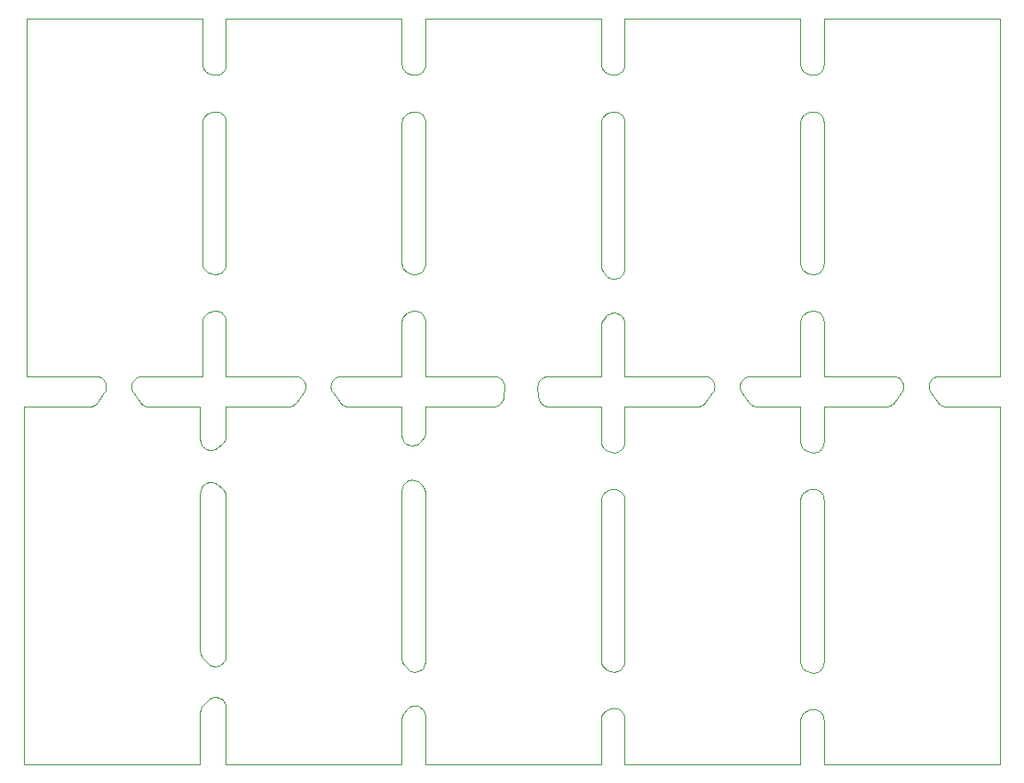
<source format=gko>
%MOIN*%
%OFA0B0*%
%FSLAX44Y44*%
%IPPOS*%
%LPD*%
%ADD10C,0*%
D10*
X00029123Y00018826D02*
X00029123Y00018826D01*
X00029123Y00024087D01*
X00029123Y00024112D01*
X00029126Y00024137D01*
X00029130Y00024161D01*
X00029135Y00024186D01*
X00029142Y00024210D01*
X00029151Y00024233D01*
X00029161Y00024256D01*
X00029172Y00024278D01*
X00029185Y00024300D01*
X00029199Y00024321D01*
X00029215Y00024340D01*
X00029232Y00024359D01*
X00029250Y00024376D01*
X00029269Y00024393D01*
X00029288Y00024408D01*
X00029309Y00024422D01*
X00029331Y00024434D01*
X00029353Y00024445D01*
X00029377Y00024455D01*
X00029400Y00024463D01*
X00029493Y00024492D01*
X00029529Y00024501D01*
X00029565Y00024507D01*
X00029602Y00024509D01*
X00029639Y00024508D01*
X00029675Y00024503D01*
X00029711Y00024496D01*
X00029746Y00024484D01*
X00029780Y00024470D01*
X00029812Y00024453D01*
X00029843Y00024432D01*
X00029872Y00024409D01*
X00029898Y00024383D01*
X00029922Y00024355D01*
X00029943Y00024325D01*
X00029961Y00024293D01*
X00029976Y00024259D01*
X00029987Y00024224D01*
X00029996Y00024189D01*
X00030001Y00024152D01*
X00030003Y00024115D01*
X00030003Y00018797D01*
X00030001Y00018760D01*
X00029996Y00018724D01*
X00029987Y00018688D01*
X00029976Y00018653D01*
X00029961Y00018620D01*
X00029943Y00018588D01*
X00029922Y00018557D01*
X00029898Y00018529D01*
X00029872Y00018504D01*
X00029843Y00018480D01*
X00029812Y00018460D01*
X00029780Y00018442D01*
X00029746Y00018428D01*
X00029711Y00018417D01*
X00029675Y00018409D01*
X00029639Y00018404D01*
X00029602Y00018403D01*
X00029565Y00018406D01*
X00029529Y00018412D01*
X00029493Y00018421D01*
X00029400Y00018449D01*
X00029377Y00018458D01*
X00029353Y00018467D01*
X00029331Y00018478D01*
X00029309Y00018491D01*
X00029288Y00018505D01*
X00029269Y00018520D01*
X00029250Y00018536D01*
X00029232Y00018554D01*
X00029215Y00018572D01*
X00029199Y00018592D01*
X00029185Y00018612D01*
X00029172Y00018634D01*
X00029161Y00018656D01*
X00029151Y00018679D01*
X00029142Y00018703D01*
X00029135Y00018727D01*
X00029130Y00018751D01*
X00029126Y00018776D01*
X00029123Y00018801D01*
X00029123Y00018826D01*
X00029123Y00013437D02*
X00029123Y00013437D01*
X00027508Y00013437D01*
X00027490Y00013437D01*
X00027471Y00013439D01*
X00027453Y00013441D01*
X00027435Y00013444D01*
X00027417Y00013448D01*
X00027399Y00013452D01*
X00027381Y00013458D01*
X00027364Y00013464D01*
X00027347Y00013471D01*
X00027330Y00013479D01*
X00027314Y00013488D01*
X00027298Y00013497D01*
X00027283Y00013507D01*
X00027268Y00013518D01*
X00027254Y00013530D01*
X00027240Y00013542D01*
X00027227Y00013555D01*
X00027214Y00013568D01*
X00027202Y00013582D01*
X00027191Y00013597D01*
X00026930Y00013952D01*
X00026906Y00013988D01*
X00026886Y00014027D01*
X00026871Y00014067D01*
X00026860Y00014109D01*
X00026854Y00014152D01*
X00026853Y00014196D01*
X00026857Y00014239D01*
X00026865Y00014281D01*
X00026878Y00014323D01*
X00026895Y00014363D01*
X00026917Y00014400D01*
X00026942Y00014435D01*
X00026972Y00014467D01*
X00027005Y00014496D01*
X00027040Y00014520D01*
X00027078Y00014541D01*
X00027119Y00014557D01*
X00027160Y00014569D01*
X00027203Y00014576D01*
X00027247Y00014579D01*
X00029123Y00014579D01*
X00029123Y00016606D01*
X00029123Y00016631D01*
X00029126Y00016656D01*
X00029130Y00016681D01*
X00029135Y00016705D01*
X00029142Y00016729D01*
X00029151Y00016753D01*
X00029161Y00016776D01*
X00029172Y00016798D01*
X00029185Y00016820D01*
X00029199Y00016840D01*
X00029215Y00016860D01*
X00029232Y00016878D01*
X00029250Y00016896D01*
X00029269Y00016912D01*
X00029288Y00016927D01*
X00029309Y00016941D01*
X00029331Y00016954D01*
X00029353Y00016965D01*
X00029377Y00016974D01*
X00029400Y00016983D01*
X00029493Y00017011D01*
X00029529Y00017020D01*
X00029565Y00017026D01*
X00029602Y00017029D01*
X00029639Y00017028D01*
X00029675Y00017023D01*
X00029711Y00017015D01*
X00029746Y00017004D01*
X00029780Y00016990D01*
X00029812Y00016972D01*
X00029843Y00016952D01*
X00029872Y00016929D01*
X00029898Y00016903D01*
X00029922Y00016875D01*
X00029943Y00016844D01*
X00029961Y00016812D01*
X00029976Y00016779D01*
X00029987Y00016744D01*
X00029996Y00016708D01*
X00030001Y00016672D01*
X00030003Y00016635D01*
X00030003Y00014579D01*
X00032595Y00014579D01*
X00032638Y00014576D01*
X00032681Y00014569D01*
X00032723Y00014557D01*
X00032763Y00014541D01*
X00032801Y00014520D01*
X00032837Y00014496D01*
X00032870Y00014467D01*
X00032899Y00014435D01*
X00032925Y00014400D01*
X00032946Y00014363D01*
X00032964Y00014323D01*
X00032977Y00014281D01*
X00032985Y00014239D01*
X00032989Y00014196D01*
X00032987Y00014152D01*
X00032981Y00014109D01*
X00032971Y00014067D01*
X00032955Y00014027D01*
X00032936Y00013988D01*
X00032912Y00013952D01*
X00032650Y00013597D01*
X00032639Y00013582D01*
X00032627Y00013568D01*
X00032615Y00013555D01*
X00032602Y00013542D01*
X00032588Y00013530D01*
X00032573Y00013518D01*
X00032559Y00013507D01*
X00032543Y00013497D01*
X00032527Y00013488D01*
X00032511Y00013479D01*
X00032494Y00013471D01*
X00032478Y00013464D01*
X00032460Y00013458D01*
X00032443Y00013452D01*
X00032425Y00013448D01*
X00032407Y00013444D01*
X00032389Y00013441D01*
X00032370Y00013439D01*
X00032352Y00013437D01*
X00032334Y00013437D01*
X00030003Y00013437D01*
X00030003Y00012104D01*
X00030001Y00012067D01*
X00029996Y00012031D01*
X00029987Y00011995D01*
X00029976Y00011960D01*
X00029961Y00011927D01*
X00029943Y00011895D01*
X00029922Y00011865D01*
X00029898Y00011836D01*
X00029872Y00011811D01*
X00029843Y00011787D01*
X00029812Y00011767D01*
X00029780Y00011749D01*
X00029746Y00011735D01*
X00029711Y00011724D01*
X00029675Y00011716D01*
X00029639Y00011712D01*
X00029602Y00011711D01*
X00029565Y00011713D01*
X00029529Y00011719D01*
X00029493Y00011728D01*
X00029400Y00011757D01*
X00029377Y00011765D01*
X00029353Y00011774D01*
X00029331Y00011785D01*
X00029309Y00011798D01*
X00029288Y00011812D01*
X00029269Y00011827D01*
X00029250Y00011843D01*
X00029232Y00011861D01*
X00029215Y00011879D01*
X00029199Y00011899D01*
X00029185Y00011920D01*
X00029172Y00011941D01*
X00029161Y00011963D01*
X00029151Y00011986D01*
X00029142Y00012010D01*
X00029135Y00012034D01*
X00029130Y00012058D01*
X00029126Y00012083D01*
X00029123Y00012108D01*
X00029123Y00012133D01*
X00029123Y00013437D01*
X00014162Y00012368D02*
X00014162Y00012368D01*
X00014162Y00013437D01*
X00012154Y00013437D01*
X00012135Y00013437D01*
X00012117Y00013439D01*
X00012099Y00013441D01*
X00012080Y00013444D01*
X00012062Y00013448D01*
X00012045Y00013452D01*
X00012027Y00013458D01*
X00012010Y00013464D01*
X00011993Y00013471D01*
X00011976Y00013479D01*
X00011960Y00013488D01*
X00011944Y00013497D01*
X00011929Y00013507D01*
X00011914Y00013518D01*
X00011899Y00013530D01*
X00011886Y00013542D01*
X00011872Y00013555D01*
X00011860Y00013568D01*
X00011848Y00013582D01*
X00011837Y00013597D01*
X00011575Y00013952D01*
X00011552Y00013988D01*
X00011532Y00014027D01*
X00011517Y00014067D01*
X00011506Y00014109D01*
X00011500Y00014152D01*
X00011499Y00014196D01*
X00011502Y00014239D01*
X00011510Y00014281D01*
X00011523Y00014323D01*
X00011541Y00014363D01*
X00011562Y00014400D01*
X00011588Y00014435D01*
X00011618Y00014467D01*
X00011650Y00014496D01*
X00011686Y00014520D01*
X00011724Y00014541D01*
X00011764Y00014557D01*
X00011806Y00014569D01*
X00011849Y00014576D01*
X00011892Y00014579D01*
X00014162Y00014579D01*
X00014162Y00016606D01*
X00014163Y00016631D01*
X00014165Y00016656D01*
X00014169Y00016681D01*
X00014175Y00016705D01*
X00014182Y00016729D01*
X00014190Y00016753D01*
X00014200Y00016776D01*
X00014212Y00016798D01*
X00014225Y00016820D01*
X00014239Y00016840D01*
X00014254Y00016860D01*
X00014271Y00016878D01*
X00014289Y00016896D01*
X00014308Y00016912D01*
X00014328Y00016927D01*
X00014349Y00016941D01*
X00014370Y00016954D01*
X00014393Y00016965D01*
X00014416Y00016974D01*
X00014440Y00016983D01*
X00014533Y00017011D01*
X00014568Y00017020D01*
X00014605Y00017026D01*
X00014641Y00017029D01*
X00014678Y00017028D01*
X00014715Y00017023D01*
X00014750Y00017015D01*
X00014786Y00017004D01*
X00014819Y00016990D01*
X00014852Y00016972D01*
X00014882Y00016952D01*
X00014911Y00016929D01*
X00014937Y00016903D01*
X00014961Y00016875D01*
X00014982Y00016844D01*
X00015000Y00016812D01*
X00015015Y00016779D01*
X00015027Y00016744D01*
X00015035Y00016708D01*
X00015040Y00016672D01*
X00015042Y00016635D01*
X00015042Y00014579D01*
X00017620Y00014579D01*
X00017652Y00014577D01*
X00017685Y00014574D01*
X00017716Y00014567D01*
X00017747Y00014558D01*
X00017778Y00014546D01*
X00017807Y00014532D01*
X00017835Y00014515D01*
X00017861Y00014496D01*
X00017886Y00014476D01*
X00017909Y00014453D01*
X00017930Y00014428D01*
X00017949Y00014402D01*
X00017966Y00014374D01*
X00017980Y00014345D01*
X00017992Y00014315D01*
X00018001Y00014284D01*
X00018008Y00014252D01*
X00018012Y00014220D01*
X00018014Y00014188D01*
X00018013Y00014155D01*
X00017986Y00013801D01*
X00017982Y00013771D01*
X00017977Y00013742D01*
X00017969Y00013714D01*
X00017959Y00013686D01*
X00017947Y00013659D01*
X00017934Y00013633D01*
X00017918Y00013609D01*
X00017901Y00013585D01*
X00017881Y00013563D01*
X00017861Y00013542D01*
X00017838Y00013523D01*
X00017815Y00013505D01*
X00017790Y00013490D01*
X00017764Y00013476D01*
X00017737Y00013464D01*
X00017709Y00013454D01*
X00017680Y00013447D01*
X00017652Y00013441D01*
X00017622Y00013438D01*
X00017593Y00013437D01*
X00015042Y00013437D01*
X00015042Y00012466D01*
X00015042Y00012451D01*
X00015041Y00012436D01*
X00015040Y00012421D01*
X00015038Y00012406D01*
X00015035Y00012392D01*
X00015032Y00012377D01*
X00015028Y00012362D01*
X00015024Y00012348D01*
X00015019Y00012334D01*
X00015014Y00012320D01*
X00015008Y00012306D01*
X00015002Y00012293D01*
X00014995Y00012279D01*
X00014988Y00012266D01*
X00014980Y00012254D01*
X00014972Y00012241D01*
X00014963Y00012229D01*
X00014954Y00012217D01*
X00014944Y00012206D01*
X00014934Y00012195D01*
X00014841Y00012097D01*
X00014807Y00012065D01*
X00014769Y00012037D01*
X00014728Y00012014D01*
X00014685Y00011996D01*
X00014640Y00011983D01*
X00014594Y00011976D01*
X00014547Y00011974D01*
X00014500Y00011978D01*
X00014454Y00011987D01*
X00014410Y00012002D01*
X00014367Y00012022D01*
X00014328Y00012047D01*
X00014291Y00012076D01*
X00014258Y00012110D01*
X00014230Y00012147D01*
X00014206Y00012187D01*
X00014187Y00012230D01*
X00014173Y00012275D01*
X00014165Y00012321D01*
X00014162Y00012368D01*
X00006600Y00012192D02*
X00006600Y00012192D01*
X00006600Y00013425D01*
X00004669Y00013425D01*
X00004651Y00013425D01*
X00004632Y00013426D01*
X00004613Y00013429D01*
X00004594Y00013432D01*
X00004576Y00013436D01*
X00004558Y00013441D01*
X00004540Y00013446D01*
X00004522Y00013453D01*
X00004505Y00013461D01*
X00004488Y00013469D01*
X00004471Y00013478D01*
X00004455Y00013488D01*
X00004440Y00013499D01*
X00004425Y00013510D01*
X00004410Y00013522D01*
X00004396Y00013535D01*
X00004383Y00013548D01*
X00004370Y00013562D01*
X00004358Y00013577D01*
X00004347Y00013592D01*
X00004090Y00013959D01*
X00004067Y00013995D01*
X00004048Y00014034D01*
X00004034Y00014075D01*
X00004024Y00014116D01*
X00004019Y00014159D01*
X00004019Y00014202D01*
X00004023Y00014245D01*
X00004032Y00014287D01*
X00004045Y00014328D01*
X00004063Y00014367D01*
X00004084Y00014404D01*
X00004110Y00014438D01*
X00004140Y00014469D01*
X00004172Y00014497D01*
X00004208Y00014522D01*
X00004245Y00014542D01*
X00004285Y00014558D01*
X00004327Y00014569D01*
X00004369Y00014576D01*
X00004412Y00014579D01*
X00006682Y00014579D01*
X00006682Y00016606D01*
X00006682Y00016631D01*
X00006685Y00016656D01*
X00006689Y00016681D01*
X00006694Y00016705D01*
X00006701Y00016729D01*
X00006710Y00016753D01*
X00006720Y00016776D01*
X00006731Y00016798D01*
X00006744Y00016820D01*
X00006759Y00016840D01*
X00006774Y00016860D01*
X00006791Y00016878D01*
X00006809Y00016896D01*
X00006828Y00016912D01*
X00006848Y00016927D01*
X00006868Y00016941D01*
X00006890Y00016954D01*
X00006913Y00016965D01*
X00006936Y00016974D01*
X00006959Y00016983D01*
X00007052Y00017011D01*
X00007088Y00017020D01*
X00007124Y00017026D01*
X00007161Y00017029D01*
X00007198Y00017028D01*
X00007234Y00017023D01*
X00007270Y00017015D01*
X00007305Y00017004D01*
X00007339Y00016990D01*
X00007371Y00016972D01*
X00007402Y00016952D01*
X00007431Y00016929D01*
X00007457Y00016903D01*
X00007481Y00016875D01*
X00007502Y00016844D01*
X00007520Y00016812D01*
X00007535Y00016779D01*
X00007547Y00016744D01*
X00007555Y00016708D01*
X00007560Y00016672D01*
X00007562Y00016635D01*
X00007562Y00014579D01*
X00010154Y00014579D01*
X00010197Y00014576D01*
X00010240Y00014569D01*
X00010282Y00014557D01*
X00010322Y00014541D01*
X00010360Y00014520D01*
X00010396Y00014496D01*
X00010429Y00014467D01*
X00010458Y00014435D01*
X00010484Y00014400D01*
X00010505Y00014363D01*
X00010523Y00014323D01*
X00010536Y00014281D01*
X00010544Y00014239D01*
X00010548Y00014196D01*
X00010546Y00014152D01*
X00010540Y00014109D01*
X00010530Y00014067D01*
X00010514Y00014027D01*
X00010495Y00013988D01*
X00010471Y00013952D01*
X00010210Y00013597D01*
X00010198Y00013582D01*
X00010186Y00013568D01*
X00010174Y00013555D01*
X00010161Y00013542D01*
X00010147Y00013530D01*
X00010132Y00013518D01*
X00010118Y00013507D01*
X00010102Y00013497D01*
X00010086Y00013488D01*
X00010070Y00013479D01*
X00010054Y00013471D01*
X00010037Y00013464D01*
X00010019Y00013458D01*
X00010002Y00013452D01*
X00009984Y00013448D01*
X00009966Y00013444D01*
X00009948Y00013441D01*
X00009929Y00013439D01*
X00009911Y00013437D01*
X00009893Y00013437D01*
X00007562Y00013437D01*
X00007562Y00012334D01*
X00007562Y00012316D01*
X00007560Y00012299D01*
X00007558Y00012281D01*
X00007556Y00012264D01*
X00007552Y00012247D01*
X00007548Y00012230D01*
X00007543Y00012213D01*
X00007537Y00012197D01*
X00007531Y00012180D01*
X00007524Y00012164D01*
X00007516Y00012149D01*
X00007507Y00012133D01*
X00007498Y00012119D01*
X00007488Y00012104D01*
X00007477Y00012090D01*
X00007466Y00012077D01*
X00007455Y00012064D01*
X00007442Y00012051D01*
X00007429Y00012039D01*
X00007416Y00012028D01*
X00007241Y00011886D01*
X00007205Y00011860D01*
X00007167Y00011838D01*
X00007126Y00011821D01*
X00007083Y00011809D01*
X00007040Y00011801D01*
X00006995Y00011798D01*
X00006951Y00011800D01*
X00006907Y00011808D01*
X00006865Y00011820D01*
X00006824Y00011837D01*
X00006785Y00011858D01*
X00006749Y00011883D01*
X00006716Y00011913D01*
X00006686Y00011946D01*
X00006660Y00011982D01*
X00006639Y00012021D01*
X00006622Y00012061D01*
X00006609Y00012104D01*
X00006602Y00012148D01*
X00006600Y00012192D01*
X00014162Y00024087D02*
X00014162Y00024087D01*
X00014163Y00024112D01*
X00014165Y00024137D01*
X00014169Y00024161D01*
X00014175Y00024186D01*
X00014182Y00024210D01*
X00014190Y00024233D01*
X00014200Y00024256D01*
X00014212Y00024278D01*
X00014225Y00024300D01*
X00014239Y00024321D01*
X00014254Y00024340D01*
X00014271Y00024359D01*
X00014289Y00024376D01*
X00014308Y00024393D01*
X00014328Y00024408D01*
X00014349Y00024422D01*
X00014370Y00024434D01*
X00014393Y00024445D01*
X00014416Y00024455D01*
X00014440Y00024463D01*
X00014533Y00024492D01*
X00014568Y00024501D01*
X00014605Y00024507D01*
X00014641Y00024509D01*
X00014678Y00024508D01*
X00014715Y00024503D01*
X00014750Y00024496D01*
X00014786Y00024484D01*
X00014819Y00024470D01*
X00014852Y00024453D01*
X00014882Y00024432D01*
X00014911Y00024409D01*
X00014937Y00024383D01*
X00014961Y00024355D01*
X00014982Y00024325D01*
X00015000Y00024293D01*
X00015015Y00024259D01*
X00015027Y00024224D01*
X00015035Y00024189D01*
X00015040Y00024152D01*
X00015042Y00024115D01*
X00015042Y00018797D01*
X00015040Y00018760D01*
X00015035Y00018724D01*
X00015027Y00018688D01*
X00015015Y00018653D01*
X00015000Y00018620D01*
X00014982Y00018588D01*
X00014961Y00018557D01*
X00014937Y00018529D01*
X00014911Y00018504D01*
X00014882Y00018480D01*
X00014852Y00018460D01*
X00014819Y00018442D01*
X00014786Y00018428D01*
X00014750Y00018417D01*
X00014715Y00018409D01*
X00014678Y00018404D01*
X00014641Y00018403D01*
X00014605Y00018406D01*
X00014568Y00018412D01*
X00014533Y00018421D01*
X00014440Y00018449D01*
X00014416Y00018458D01*
X00014393Y00018467D01*
X00014370Y00018478D01*
X00014349Y00018491D01*
X00014328Y00018505D01*
X00014308Y00018520D01*
X00014289Y00018536D01*
X00014271Y00018554D01*
X00014254Y00018572D01*
X00014239Y00018592D01*
X00014225Y00018612D01*
X00014212Y00018634D01*
X00014200Y00018656D01*
X00014190Y00018679D01*
X00014182Y00018703D01*
X00014175Y00018727D01*
X00014169Y00018751D01*
X00014165Y00018776D01*
X00014163Y00018801D01*
X00014162Y00018826D01*
X00014162Y00024087D01*
X00021642Y00024087D02*
X00021642Y00024087D01*
X00021643Y00024112D01*
X00021645Y00024137D01*
X00021649Y00024161D01*
X00021655Y00024186D01*
X00021662Y00024210D01*
X00021671Y00024233D01*
X00021681Y00024256D01*
X00021692Y00024278D01*
X00021705Y00024300D01*
X00021719Y00024321D01*
X00021735Y00024340D01*
X00021751Y00024359D01*
X00021769Y00024376D01*
X00021788Y00024393D01*
X00021808Y00024408D01*
X00021829Y00024422D01*
X00021851Y00024434D01*
X00021873Y00024445D01*
X00021896Y00024455D01*
X00021920Y00024463D01*
X00022013Y00024492D01*
X00022049Y00024501D01*
X00022085Y00024507D01*
X00022122Y00024509D01*
X00022158Y00024508D01*
X00022195Y00024503D01*
X00022231Y00024496D01*
X00022266Y00024484D01*
X00022300Y00024470D01*
X00022332Y00024453D01*
X00022363Y00024432D01*
X00022391Y00024409D01*
X00022417Y00024383D01*
X00022441Y00024355D01*
X00022462Y00024325D01*
X00022480Y00024293D01*
X00022495Y00024259D01*
X00022507Y00024224D01*
X00022516Y00024189D01*
X00022521Y00024152D01*
X00022523Y00024115D01*
X00022523Y00018627D01*
X00022520Y00018579D01*
X00022511Y00018532D01*
X00022497Y00018487D01*
X00022477Y00018443D01*
X00022452Y00018402D01*
X00022422Y00018364D01*
X00022388Y00018331D01*
X00022350Y00018301D01*
X00022309Y00018277D01*
X00022265Y00018258D01*
X00022219Y00018244D01*
X00022172Y00018236D01*
X00022124Y00018234D01*
X00022076Y00018237D01*
X00022029Y00018246D01*
X00021983Y00018261D01*
X00021940Y00018282D01*
X00021899Y00018307D01*
X00021862Y00018338D01*
X00021829Y00018372D01*
X00021736Y00018481D01*
X00021727Y00018492D01*
X00021719Y00018503D01*
X00021711Y00018514D01*
X00021703Y00018526D01*
X00021696Y00018538D01*
X00021689Y00018550D01*
X00021683Y00018562D01*
X00021677Y00018575D01*
X00021671Y00018588D01*
X00021666Y00018601D01*
X00021662Y00018614D01*
X00021658Y00018627D01*
X00021654Y00018640D01*
X00021651Y00018654D01*
X00021648Y00018667D01*
X00021646Y00018681D01*
X00021644Y00018695D01*
X00021643Y00018709D01*
X00021642Y00018723D01*
X00021642Y00018736D01*
X00021642Y00024087D01*
X00029123Y00009913D02*
X00029123Y00009913D01*
X00029123Y00009938D01*
X00029126Y00009963D01*
X00029130Y00009988D01*
X00029135Y00010013D01*
X00029142Y00010037D01*
X00029151Y00010060D01*
X00029161Y00010083D01*
X00029172Y00010105D01*
X00029185Y00010127D01*
X00029199Y00010147D01*
X00029215Y00010167D01*
X00029232Y00010186D01*
X00029250Y00010203D01*
X00029269Y00010219D01*
X00029288Y00010235D01*
X00029309Y00010248D01*
X00029331Y00010261D01*
X00029353Y00010272D01*
X00029377Y00010282D01*
X00029400Y00010290D01*
X00029493Y00010318D01*
X00029529Y00010328D01*
X00029565Y00010333D01*
X00029602Y00010336D01*
X00029639Y00010335D01*
X00029675Y00010330D01*
X00029711Y00010322D01*
X00029746Y00010311D01*
X00029780Y00010297D01*
X00029812Y00010279D01*
X00029843Y00010259D01*
X00029872Y00010236D01*
X00029898Y00010210D01*
X00029922Y00010182D01*
X00029943Y00010152D01*
X00029961Y00010119D01*
X00029976Y00010086D01*
X00029987Y00010051D01*
X00029996Y00010015D01*
X00030001Y00009979D01*
X00030003Y00009942D01*
X00030003Y00003836D01*
X00030001Y00003800D01*
X00029996Y00003763D01*
X00029987Y00003727D01*
X00029976Y00003693D01*
X00029961Y00003659D01*
X00029943Y00003627D01*
X00029922Y00003597D01*
X00029898Y00003569D01*
X00029872Y00003543D01*
X00029843Y00003520D01*
X00029812Y00003499D01*
X00029780Y00003482D01*
X00029746Y00003467D01*
X00029711Y00003456D01*
X00029675Y00003448D01*
X00029639Y00003444D01*
X00029602Y00003443D01*
X00029565Y00003445D01*
X00029529Y00003451D01*
X00029493Y00003460D01*
X00029400Y00003489D01*
X00029377Y00003497D01*
X00029353Y00003507D01*
X00029331Y00003518D01*
X00029309Y00003530D01*
X00029288Y00003544D01*
X00029269Y00003559D01*
X00029250Y00003575D01*
X00029232Y00003593D01*
X00029215Y00003612D01*
X00029199Y00003631D01*
X00029185Y00003652D01*
X00029172Y00003673D01*
X00029161Y00003696D01*
X00029151Y00003718D01*
X00029142Y00003742D01*
X00029135Y00003766D01*
X00029130Y00003790D01*
X00029126Y00003815D01*
X00029123Y00003840D01*
X00029123Y00003865D01*
X00029123Y00009913D01*
X00022523Y00012104D02*
X00022523Y00012104D01*
X00022521Y00012067D01*
X00022516Y00012031D01*
X00022507Y00011995D01*
X00022495Y00011960D01*
X00022480Y00011927D01*
X00022462Y00011895D01*
X00022441Y00011865D01*
X00022417Y00011836D01*
X00022391Y00011811D01*
X00022363Y00011787D01*
X00022332Y00011767D01*
X00022300Y00011749D01*
X00022266Y00011735D01*
X00022231Y00011724D01*
X00022195Y00011716D01*
X00022158Y00011712D01*
X00022122Y00011711D01*
X00022085Y00011713D01*
X00022049Y00011719D01*
X00022013Y00011728D01*
X00021920Y00011757D01*
X00021896Y00011765D01*
X00021873Y00011774D01*
X00021851Y00011785D01*
X00021829Y00011798D01*
X00021808Y00011812D01*
X00021788Y00011827D01*
X00021769Y00011843D01*
X00021751Y00011861D01*
X00021735Y00011879D01*
X00021719Y00011899D01*
X00021705Y00011920D01*
X00021692Y00011941D01*
X00021681Y00011963D01*
X00021671Y00011986D01*
X00021662Y00012010D01*
X00021655Y00012034D01*
X00021649Y00012058D01*
X00021645Y00012083D01*
X00021643Y00012108D01*
X00021642Y00012133D01*
X00021642Y00013437D01*
X00019687Y00013437D01*
X00019658Y00013438D01*
X00019629Y00013441D01*
X00019600Y00013447D01*
X00019571Y00013454D01*
X00019543Y00013464D01*
X00019516Y00013476D01*
X00019490Y00013490D01*
X00019466Y00013505D01*
X00019442Y00013523D01*
X00019420Y00013542D01*
X00019399Y00013563D01*
X00019380Y00013585D01*
X00019362Y00013609D01*
X00019346Y00013633D01*
X00019333Y00013659D01*
X00019321Y00013686D01*
X00019311Y00013714D01*
X00019303Y00013742D01*
X00019298Y00013771D01*
X00019295Y00013801D01*
X00019267Y00014155D01*
X00019266Y00014188D01*
X00019268Y00014220D01*
X00019272Y00014252D01*
X00019279Y00014284D01*
X00019288Y00014315D01*
X00019300Y00014345D01*
X00019315Y00014374D01*
X00019331Y00014402D01*
X00019350Y00014428D01*
X00019371Y00014453D01*
X00019394Y00014476D01*
X00019419Y00014496D01*
X00019445Y00014515D01*
X00019473Y00014532D01*
X00019502Y00014546D01*
X00019533Y00014558D01*
X00019564Y00014567D01*
X00019595Y00014574D01*
X00019628Y00014577D01*
X00019660Y00014579D01*
X00021642Y00014579D01*
X00021642Y00016455D01*
X00021642Y00016468D01*
X00021643Y00016482D01*
X00021644Y00016496D01*
X00021646Y00016510D01*
X00021648Y00016524D01*
X00021651Y00016537D01*
X00021654Y00016551D01*
X00021658Y00016564D01*
X00021662Y00016577D01*
X00021666Y00016591D01*
X00021671Y00016603D01*
X00021677Y00016616D01*
X00021683Y00016629D01*
X00021689Y00016641D01*
X00021696Y00016653D01*
X00021703Y00016665D01*
X00021711Y00016677D01*
X00021719Y00016688D01*
X00021727Y00016699D01*
X00021736Y00016710D01*
X00021829Y00016819D01*
X00021862Y00016853D01*
X00021899Y00016884D01*
X00021940Y00016909D01*
X00021983Y00016930D01*
X00022029Y00016945D01*
X00022076Y00016954D01*
X00022124Y00016957D01*
X00022172Y00016955D01*
X00022219Y00016947D01*
X00022265Y00016933D01*
X00022309Y00016914D01*
X00022350Y00016890D01*
X00022388Y00016860D01*
X00022422Y00016827D01*
X00022452Y00016789D01*
X00022477Y00016748D01*
X00022497Y00016705D01*
X00022511Y00016659D01*
X00022520Y00016612D01*
X00022523Y00016564D01*
X00022523Y00014579D01*
X00025508Y00014579D01*
X00025552Y00014576D01*
X00025595Y00014569D01*
X00025636Y00014557D01*
X00025676Y00014541D01*
X00025715Y00014520D01*
X00025750Y00014496D01*
X00025783Y00014467D01*
X00025812Y00014435D01*
X00025838Y00014400D01*
X00025860Y00014363D01*
X00025877Y00014323D01*
X00025890Y00014281D01*
X00025898Y00014239D01*
X00025902Y00014196D01*
X00025901Y00014152D01*
X00025895Y00014109D01*
X00025884Y00014067D01*
X00025869Y00014027D01*
X00025849Y00013988D01*
X00025825Y00013952D01*
X00025564Y00013597D01*
X00025553Y00013582D01*
X00025541Y00013568D01*
X00025528Y00013555D01*
X00025515Y00013542D01*
X00025501Y00013530D01*
X00025487Y00013518D01*
X00025472Y00013507D01*
X00025457Y00013497D01*
X00025441Y00013488D01*
X00025424Y00013479D01*
X00025408Y00013471D01*
X00025391Y00013464D01*
X00025374Y00013458D01*
X00025356Y00013452D01*
X00025338Y00013448D01*
X00025320Y00013444D01*
X00025302Y00013441D01*
X00025284Y00013439D01*
X00025265Y00013437D01*
X00025247Y00013437D01*
X00022523Y00013437D01*
X00022523Y00012104D01*
X00022523Y00003874D02*
X00022523Y00003874D01*
X00022521Y00003836D01*
X00022515Y00003797D01*
X00022506Y00003760D01*
X00022493Y00003724D01*
X00022476Y00003689D01*
X00022456Y00003656D01*
X00022433Y00003625D01*
X00022407Y00003596D01*
X00022379Y00003570D01*
X00022348Y00003547D01*
X00022315Y00003527D01*
X00022280Y00003511D01*
X00022243Y00003497D01*
X00022206Y00003488D01*
X00022168Y00003482D01*
X00022129Y00003480D01*
X00022091Y00003482D01*
X00022052Y00003488D01*
X00022015Y00003497D01*
X00021979Y00003510D01*
X00021886Y00003549D01*
X00021864Y00003558D01*
X00021844Y00003569D01*
X00021824Y00003581D01*
X00021805Y00003594D01*
X00021786Y00003608D01*
X00021769Y00003623D01*
X00021752Y00003639D01*
X00021737Y00003657D01*
X00021722Y00003675D01*
X00021709Y00003694D01*
X00021696Y00003713D01*
X00021685Y00003734D01*
X00021675Y00003755D01*
X00021667Y00003776D01*
X00021659Y00003798D01*
X00021653Y00003821D01*
X00021648Y00003843D01*
X00021645Y00003866D01*
X00021643Y00003889D01*
X00021642Y00003913D01*
X00021642Y00009913D01*
X00021643Y00009938D01*
X00021645Y00009963D01*
X00021649Y00009988D01*
X00021655Y00010013D01*
X00021662Y00010037D01*
X00021671Y00010060D01*
X00021681Y00010083D01*
X00021692Y00010105D01*
X00021705Y00010127D01*
X00021719Y00010147D01*
X00021735Y00010167D01*
X00021751Y00010186D01*
X00021769Y00010203D01*
X00021788Y00010219D01*
X00021808Y00010235D01*
X00021829Y00010248D01*
X00021851Y00010261D01*
X00021873Y00010272D01*
X00021896Y00010282D01*
X00021920Y00010290D01*
X00022013Y00010318D01*
X00022049Y00010328D01*
X00022085Y00010333D01*
X00022122Y00010336D01*
X00022158Y00010335D01*
X00022195Y00010330D01*
X00022231Y00010322D01*
X00022266Y00010311D01*
X00022300Y00010297D01*
X00022332Y00010279D01*
X00022363Y00010259D01*
X00022391Y00010236D01*
X00022417Y00010210D01*
X00022441Y00010182D01*
X00022462Y00010152D01*
X00022480Y00010119D01*
X00022495Y00010086D01*
X00022507Y00010051D01*
X00022516Y00010015D01*
X00022521Y00009979D01*
X00022523Y00009942D01*
X00022523Y00003874D01*
X00014162Y00010289D02*
X00014162Y00010289D01*
X00014165Y00010336D01*
X00014173Y00010382D01*
X00014187Y00010427D01*
X00014206Y00010470D01*
X00014230Y00010510D01*
X00014258Y00010547D01*
X00014291Y00010581D01*
X00014328Y00010610D01*
X00014367Y00010635D01*
X00014410Y00010655D01*
X00014454Y00010670D01*
X00014500Y00010679D01*
X00014547Y00010683D01*
X00014594Y00010681D01*
X00014640Y00010674D01*
X00014685Y00010661D01*
X00014728Y00010643D01*
X00014769Y00010620D01*
X00014807Y00010592D01*
X00014841Y00010560D01*
X00014934Y00010462D01*
X00014944Y00010451D01*
X00014954Y00010440D01*
X00014963Y00010428D01*
X00014972Y00010416D01*
X00014980Y00010404D01*
X00014988Y00010391D01*
X00014995Y00010378D01*
X00015002Y00010364D01*
X00015008Y00010351D01*
X00015014Y00010337D01*
X00015019Y00010323D01*
X00015024Y00010309D01*
X00015028Y00010295D01*
X00015032Y00010280D01*
X00015035Y00010266D01*
X00015038Y00010251D01*
X00015040Y00010236D01*
X00015041Y00010221D01*
X00015042Y00010206D01*
X00015042Y00010191D01*
X00015042Y00003871D01*
X00015039Y00003823D01*
X00015030Y00003775D01*
X00015016Y00003729D01*
X00014996Y00003685D01*
X00014970Y00003644D01*
X00014940Y00003606D01*
X00014906Y00003573D01*
X00014867Y00003543D01*
X00014825Y00003519D01*
X00014781Y00003500D01*
X00014734Y00003487D01*
X00014687Y00003479D01*
X00014638Y00003477D01*
X00014590Y00003481D01*
X00014543Y00003492D01*
X00014497Y00003507D01*
X00014454Y00003529D01*
X00014414Y00003555D01*
X00014377Y00003586D01*
X00014344Y00003621D01*
X00014251Y00003735D01*
X00014243Y00003746D01*
X00014235Y00003756D01*
X00014227Y00003768D01*
X00014220Y00003779D01*
X00014213Y00003791D01*
X00014206Y00003803D01*
X00014200Y00003815D01*
X00014195Y00003827D01*
X00014190Y00003839D01*
X00014185Y00003852D01*
X00014181Y00003865D01*
X00014177Y00003878D01*
X00014173Y00003891D01*
X00014170Y00003904D01*
X00014168Y00003917D01*
X00014166Y00003931D01*
X00014164Y00003944D01*
X00014163Y00003957D01*
X00014162Y00003971D01*
X00014162Y00003984D01*
X00014162Y00010289D01*
X00006600Y00010204D02*
X00006600Y00010204D01*
X00006602Y00010248D01*
X00006609Y00010292D01*
X00006622Y00010335D01*
X00006639Y00010376D01*
X00006660Y00010414D01*
X00006686Y00010450D01*
X00006716Y00010483D01*
X00006749Y00010513D01*
X00006785Y00010538D01*
X00006824Y00010560D01*
X00006865Y00010576D01*
X00006907Y00010588D01*
X00006951Y00010596D01*
X00006995Y00010598D01*
X00007040Y00010595D01*
X00007083Y00010587D01*
X00007126Y00010575D01*
X00007167Y00010558D01*
X00007205Y00010536D01*
X00007241Y00010510D01*
X00007416Y00010368D01*
X00007429Y00010357D01*
X00007442Y00010345D01*
X00007455Y00010332D01*
X00007466Y00010319D01*
X00007477Y00010306D01*
X00007488Y00010292D01*
X00007498Y00010277D01*
X00007507Y00010263D01*
X00007516Y00010247D01*
X00007524Y00010232D01*
X00007531Y00010216D01*
X00007537Y00010199D01*
X00007543Y00010183D01*
X00007548Y00010166D01*
X00007552Y00010149D01*
X00007556Y00010132D01*
X00007558Y00010115D01*
X00007560Y00010097D01*
X00007562Y00010080D01*
X00007562Y00010062D01*
X00007562Y00004074D01*
X00007559Y00004028D01*
X00007551Y00003982D01*
X00007538Y00003938D01*
X00007519Y00003896D01*
X00007496Y00003856D01*
X00007468Y00003819D01*
X00007436Y00003785D01*
X00007400Y00003756D01*
X00007361Y00003731D01*
X00007319Y00003711D01*
X00007276Y00003695D01*
X00007230Y00003685D01*
X00007184Y00003681D01*
X00007138Y00003682D01*
X00007092Y00003688D01*
X00007047Y00003699D01*
X00007004Y00003716D01*
X00006963Y00003738D01*
X00006925Y00003764D01*
X00006891Y00003795D01*
X00006716Y00003969D01*
X00006705Y00003980D01*
X00006695Y00003992D01*
X00006685Y00004004D01*
X00006675Y00004016D01*
X00006666Y00004029D01*
X00006658Y00004042D01*
X00006650Y00004055D01*
X00006643Y00004069D01*
X00006636Y00004083D01*
X00006630Y00004097D01*
X00006624Y00004111D01*
X00006619Y00004126D01*
X00006614Y00004141D01*
X00006610Y00004156D01*
X00006607Y00004171D01*
X00006604Y00004186D01*
X00006602Y00004202D01*
X00006601Y00004217D01*
X00006600Y00004233D01*
X00006600Y00004248D01*
X00006600Y00010204D01*
X00006682Y00024087D02*
X00006682Y00024087D01*
X00006682Y00024112D01*
X00006685Y00024137D01*
X00006689Y00024161D01*
X00006694Y00024186D01*
X00006701Y00024210D01*
X00006710Y00024233D01*
X00006720Y00024256D01*
X00006731Y00024278D01*
X00006744Y00024300D01*
X00006759Y00024321D01*
X00006774Y00024340D01*
X00006791Y00024359D01*
X00006809Y00024376D01*
X00006828Y00024393D01*
X00006848Y00024408D01*
X00006868Y00024422D01*
X00006890Y00024434D01*
X00006913Y00024445D01*
X00006936Y00024455D01*
X00006959Y00024463D01*
X00007052Y00024492D01*
X00007088Y00024501D01*
X00007124Y00024507D01*
X00007161Y00024509D01*
X00007198Y00024508D01*
X00007234Y00024503D01*
X00007270Y00024496D01*
X00007305Y00024484D01*
X00007339Y00024470D01*
X00007371Y00024453D01*
X00007402Y00024432D01*
X00007431Y00024409D01*
X00007457Y00024383D01*
X00007481Y00024355D01*
X00007502Y00024325D01*
X00007520Y00024293D01*
X00007535Y00024259D01*
X00007547Y00024224D01*
X00007555Y00024189D01*
X00007560Y00024152D01*
X00007562Y00024115D01*
X00007562Y00018797D01*
X00007560Y00018760D01*
X00007555Y00018724D01*
X00007547Y00018688D01*
X00007535Y00018653D01*
X00007520Y00018620D01*
X00007502Y00018588D01*
X00007481Y00018557D01*
X00007457Y00018529D01*
X00007431Y00018504D01*
X00007402Y00018480D01*
X00007371Y00018460D01*
X00007339Y00018442D01*
X00007305Y00018428D01*
X00007270Y00018417D01*
X00007234Y00018409D01*
X00007198Y00018404D01*
X00007161Y00018403D01*
X00007124Y00018406D01*
X00007088Y00018412D01*
X00007052Y00018421D01*
X00006959Y00018449D01*
X00006936Y00018458D01*
X00006913Y00018467D01*
X00006890Y00018478D01*
X00006868Y00018491D01*
X00006848Y00018505D01*
X00006828Y00018520D01*
X00006809Y00018536D01*
X00006791Y00018554D01*
X00006774Y00018572D01*
X00006759Y00018592D01*
X00006744Y00018612D01*
X00006731Y00018634D01*
X00006720Y00018656D01*
X00006710Y00018679D01*
X00006701Y00018703D01*
X00006694Y00018727D01*
X00006689Y00018751D01*
X00006685Y00018776D01*
X00006682Y00018801D01*
X00006682Y00018826D01*
X00006682Y00024087D01*
X00007562Y00026277D02*
X00007562Y00026277D01*
X00007560Y00026241D01*
X00007555Y00026204D01*
X00007547Y00026168D01*
X00007535Y00026134D01*
X00007520Y00026100D01*
X00007502Y00026068D01*
X00007481Y00026038D01*
X00007457Y00026010D01*
X00007431Y00025984D01*
X00007402Y00025961D01*
X00007371Y00025940D01*
X00007339Y00025923D01*
X00007305Y00025908D01*
X00007270Y00025897D01*
X00007234Y00025889D01*
X00007198Y00025885D01*
X00007161Y00025884D01*
X00007124Y00025886D01*
X00007088Y00025892D01*
X00007052Y00025901D01*
X00006959Y00025930D01*
X00006936Y00025938D01*
X00006913Y00025948D01*
X00006890Y00025959D01*
X00006868Y00025971D01*
X00006848Y00025985D01*
X00006828Y00026000D01*
X00006809Y00026016D01*
X00006791Y00026034D01*
X00006774Y00026053D01*
X00006759Y00026072D01*
X00006744Y00026093D01*
X00006731Y00026114D01*
X00006720Y00026136D01*
X00006710Y00026159D01*
X00006701Y00026183D01*
X00006694Y00026207D01*
X00006689Y00026231D01*
X00006685Y00026256D01*
X00006682Y00026281D01*
X00006682Y00026306D01*
X00006682Y00028004D01*
X00000082Y00028004D01*
X00000082Y00014579D01*
X00002674Y00014579D01*
X00002717Y00014576D01*
X00002759Y00014569D01*
X00002800Y00014558D01*
X00002840Y00014542D01*
X00002878Y00014522D01*
X00002913Y00014497D01*
X00002946Y00014469D01*
X00002975Y00014438D01*
X00003001Y00014404D01*
X00003023Y00014367D01*
X00003041Y00014328D01*
X00003054Y00014287D01*
X00003063Y00014245D01*
X00003067Y00014202D01*
X00003067Y00014159D01*
X00003061Y00014116D01*
X00003052Y00014075D01*
X00003037Y00014034D01*
X00003019Y00013995D01*
X00002996Y00013959D01*
X00002738Y00013592D01*
X00002727Y00013577D01*
X00002715Y00013562D01*
X00002703Y00013548D01*
X00002689Y00013535D01*
X00002676Y00013522D01*
X00002661Y00013510D01*
X00002646Y00013499D01*
X00002630Y00013488D01*
X00002614Y00013478D01*
X00002598Y00013469D01*
X00002581Y00013461D01*
X00002563Y00013453D01*
X00002546Y00013446D01*
X00002528Y00013441D01*
X00002510Y00013436D01*
X00002491Y00013432D01*
X00002473Y00013429D01*
X00002454Y00013426D01*
X00002435Y00013425D01*
X00002416Y00013425D01*
X00000000Y00013425D01*
X00000000Y00000000D01*
X00006600Y00000000D01*
X00006600Y00001958D01*
X00006600Y00001974D01*
X00006601Y00001989D01*
X00006602Y00002005D01*
X00006604Y00002020D01*
X00006607Y00002035D01*
X00006610Y00002050D01*
X00006614Y00002065D01*
X00006619Y00002080D01*
X00006624Y00002095D01*
X00006630Y00002109D01*
X00006636Y00002124D01*
X00006643Y00002138D01*
X00006650Y00002151D01*
X00006658Y00002165D01*
X00006666Y00002178D01*
X00006675Y00002190D01*
X00006685Y00002203D01*
X00006695Y00002215D01*
X00006705Y00002226D01*
X00006716Y00002237D01*
X00006891Y00002411D01*
X00006925Y00002442D01*
X00006963Y00002468D01*
X00007004Y00002490D01*
X00007047Y00002507D01*
X00007092Y00002518D01*
X00007138Y00002525D01*
X00007184Y00002526D01*
X00007230Y00002521D01*
X00007276Y00002511D01*
X00007319Y00002496D01*
X00007361Y00002475D01*
X00007400Y00002450D01*
X00007436Y00002421D01*
X00007468Y00002388D01*
X00007496Y00002351D01*
X00007519Y00002311D01*
X00007538Y00002268D01*
X00007551Y00002224D01*
X00007559Y00002178D01*
X00007562Y00002132D01*
X00007562Y00000012D01*
X00014162Y00000012D01*
X00014162Y00001700D01*
X00014162Y00001713D01*
X00014163Y00001727D01*
X00014164Y00001740D01*
X00014166Y00001754D01*
X00014168Y00001767D01*
X00014170Y00001780D01*
X00014173Y00001793D01*
X00014177Y00001806D01*
X00014181Y00001819D01*
X00014185Y00001832D01*
X00014190Y00001845D01*
X00014195Y00001857D01*
X00014200Y00001869D01*
X00014206Y00001882D01*
X00014213Y00001893D01*
X00014220Y00001905D01*
X00014227Y00001916D01*
X00014235Y00001928D01*
X00014243Y00001938D01*
X00014251Y00001949D01*
X00014344Y00002063D01*
X00014377Y00002098D01*
X00014414Y00002129D01*
X00014454Y00002156D01*
X00014497Y00002177D01*
X00014543Y00002193D01*
X00014590Y00002203D01*
X00014638Y00002207D01*
X00014687Y00002205D01*
X00014734Y00002197D01*
X00014781Y00002184D01*
X00014825Y00002165D01*
X00014867Y00002141D01*
X00014906Y00002111D01*
X00014940Y00002078D01*
X00014970Y00002040D01*
X00014996Y00001999D01*
X00015016Y00001955D01*
X00015030Y00001909D01*
X00015039Y00001861D01*
X00015042Y00001813D01*
X00015042Y00000012D01*
X00021642Y00000012D01*
X00021642Y00001685D01*
X00021643Y00001708D01*
X00021645Y00001731D01*
X00021648Y00001754D01*
X00021653Y00001777D01*
X00021659Y00001799D01*
X00021667Y00001821D01*
X00021675Y00001842D01*
X00021685Y00001863D01*
X00021696Y00001884D01*
X00021709Y00001903D01*
X00021722Y00001922D01*
X00021737Y00001940D01*
X00021752Y00001958D01*
X00021769Y00001974D01*
X00021786Y00001989D01*
X00021805Y00002003D01*
X00021824Y00002016D01*
X00021844Y00002028D01*
X00021864Y00002039D01*
X00021886Y00002048D01*
X00021979Y00002087D01*
X00022015Y00002100D01*
X00022052Y00002109D01*
X00022091Y00002115D01*
X00022129Y00002117D01*
X00022168Y00002115D01*
X00022206Y00002109D01*
X00022243Y00002100D01*
X00022280Y00002087D01*
X00022315Y00002070D01*
X00022348Y00002050D01*
X00022379Y00002027D01*
X00022407Y00002001D01*
X00022433Y00001973D01*
X00022456Y00001942D01*
X00022476Y00001908D01*
X00022493Y00001873D01*
X00022506Y00001837D01*
X00022515Y00001800D01*
X00022521Y00001761D01*
X00022523Y00001723D01*
X00022523Y00000012D01*
X00029123Y00000012D01*
X00029123Y00001646D01*
X00029123Y00001671D01*
X00029126Y00001696D01*
X00029130Y00001720D01*
X00029135Y00001745D01*
X00029142Y00001769D01*
X00029151Y00001792D01*
X00029161Y00001815D01*
X00029172Y00001838D01*
X00029185Y00001859D01*
X00029199Y00001880D01*
X00029215Y00001899D01*
X00029232Y00001918D01*
X00029250Y00001935D01*
X00029269Y00001952D01*
X00029288Y00001967D01*
X00029309Y00001981D01*
X00029331Y00001993D01*
X00029353Y00002004D01*
X00029377Y00002014D01*
X00029400Y00002022D01*
X00029493Y00002051D01*
X00029529Y00002060D01*
X00029565Y00002066D01*
X00029602Y00002068D01*
X00029639Y00002067D01*
X00029675Y00002062D01*
X00029711Y00002055D01*
X00029746Y00002043D01*
X00029780Y00002029D01*
X00029812Y00002012D01*
X00029843Y00001991D01*
X00029872Y00001968D01*
X00029898Y00001942D01*
X00029922Y00001914D01*
X00029943Y00001884D01*
X00029961Y00001852D01*
X00029976Y00001818D01*
X00029987Y00001783D01*
X00029996Y00001748D01*
X00030001Y00001711D01*
X00030003Y00001674D01*
X00030003Y00000012D01*
X00036603Y00000012D01*
X00036603Y00013437D01*
X00034595Y00013437D01*
X00034576Y00013437D01*
X00034558Y00013439D01*
X00034539Y00013441D01*
X00034521Y00013444D01*
X00034503Y00013448D01*
X00034485Y00013452D01*
X00034468Y00013458D01*
X00034451Y00013464D01*
X00034434Y00013471D01*
X00034417Y00013479D01*
X00034401Y00013488D01*
X00034385Y00013497D01*
X00034370Y00013507D01*
X00034355Y00013518D01*
X00034340Y00013530D01*
X00034327Y00013542D01*
X00034313Y00013555D01*
X00034301Y00013568D01*
X00034289Y00013582D01*
X00034278Y00013597D01*
X00034016Y00013952D01*
X00033992Y00013988D01*
X00033973Y00014027D01*
X00033958Y00014067D01*
X00033947Y00014109D01*
X00033941Y00014152D01*
X00033940Y00014196D01*
X00033943Y00014239D01*
X00033951Y00014281D01*
X00033964Y00014323D01*
X00033982Y00014363D01*
X00034003Y00014400D01*
X00034029Y00014435D01*
X00034058Y00014467D01*
X00034091Y00014496D01*
X00034127Y00014520D01*
X00034165Y00014541D01*
X00034205Y00014557D01*
X00034247Y00014569D01*
X00034290Y00014576D01*
X00034333Y00014579D01*
X00036603Y00014579D01*
X00036603Y00028004D01*
X00030003Y00028004D01*
X00030003Y00026277D01*
X00030001Y00026241D01*
X00029996Y00026204D01*
X00029987Y00026168D01*
X00029976Y00026134D01*
X00029961Y00026100D01*
X00029943Y00026068D01*
X00029922Y00026038D01*
X00029898Y00026010D01*
X00029872Y00025984D01*
X00029843Y00025961D01*
X00029812Y00025940D01*
X00029780Y00025923D01*
X00029746Y00025908D01*
X00029711Y00025897D01*
X00029675Y00025889D01*
X00029639Y00025885D01*
X00029602Y00025884D01*
X00029565Y00025886D01*
X00029529Y00025892D01*
X00029493Y00025901D01*
X00029400Y00025930D01*
X00029377Y00025938D01*
X00029353Y00025948D01*
X00029331Y00025959D01*
X00029309Y00025971D01*
X00029288Y00025985D01*
X00029269Y00026000D01*
X00029250Y00026016D01*
X00029232Y00026034D01*
X00029215Y00026053D01*
X00029199Y00026072D01*
X00029185Y00026093D01*
X00029172Y00026114D01*
X00029161Y00026136D01*
X00029151Y00026159D01*
X00029142Y00026183D01*
X00029135Y00026207D01*
X00029130Y00026231D01*
X00029126Y00026256D01*
X00029123Y00026281D01*
X00029123Y00026306D01*
X00029123Y00028004D01*
X00022523Y00028004D01*
X00022523Y00026277D01*
X00022521Y00026241D01*
X00022516Y00026204D01*
X00022507Y00026168D01*
X00022495Y00026134D01*
X00022480Y00026100D01*
X00022462Y00026068D01*
X00022441Y00026038D01*
X00022417Y00026010D01*
X00022391Y00025984D01*
X00022363Y00025961D01*
X00022332Y00025940D01*
X00022300Y00025923D01*
X00022266Y00025908D01*
X00022231Y00025897D01*
X00022195Y00025889D01*
X00022158Y00025885D01*
X00022122Y00025884D01*
X00022085Y00025886D01*
X00022049Y00025892D01*
X00022013Y00025901D01*
X00021920Y00025930D01*
X00021896Y00025938D01*
X00021873Y00025948D01*
X00021851Y00025959D01*
X00021829Y00025971D01*
X00021808Y00025985D01*
X00021788Y00026000D01*
X00021769Y00026016D01*
X00021751Y00026034D01*
X00021735Y00026053D01*
X00021719Y00026072D01*
X00021705Y00026093D01*
X00021692Y00026114D01*
X00021681Y00026136D01*
X00021671Y00026159D01*
X00021662Y00026183D01*
X00021655Y00026207D01*
X00021649Y00026231D01*
X00021645Y00026256D01*
X00021643Y00026281D01*
X00021642Y00026306D01*
X00021642Y00028004D01*
X00015042Y00028004D01*
X00015042Y00026277D01*
X00015040Y00026241D01*
X00015035Y00026204D01*
X00015027Y00026168D01*
X00015015Y00026134D01*
X00015000Y00026100D01*
X00014982Y00026068D01*
X00014961Y00026038D01*
X00014937Y00026010D01*
X00014911Y00025984D01*
X00014882Y00025961D01*
X00014852Y00025940D01*
X00014819Y00025923D01*
X00014786Y00025908D01*
X00014750Y00025897D01*
X00014715Y00025889D01*
X00014678Y00025885D01*
X00014641Y00025884D01*
X00014605Y00025886D01*
X00014568Y00025892D01*
X00014533Y00025901D01*
X00014440Y00025930D01*
X00014416Y00025938D01*
X00014393Y00025948D01*
X00014370Y00025959D01*
X00014349Y00025971D01*
X00014328Y00025985D01*
X00014308Y00026000D01*
X00014289Y00026016D01*
X00014271Y00026034D01*
X00014254Y00026053D01*
X00014239Y00026072D01*
X00014225Y00026093D01*
X00014212Y00026114D01*
X00014200Y00026136D01*
X00014190Y00026159D01*
X00014182Y00026183D01*
X00014175Y00026207D01*
X00014169Y00026231D01*
X00014165Y00026256D01*
X00014163Y00026281D01*
X00014162Y00026306D01*
X00014162Y00028004D01*
X00007562Y00028004D01*
X00007562Y00026277D01*
M02*
</source>
